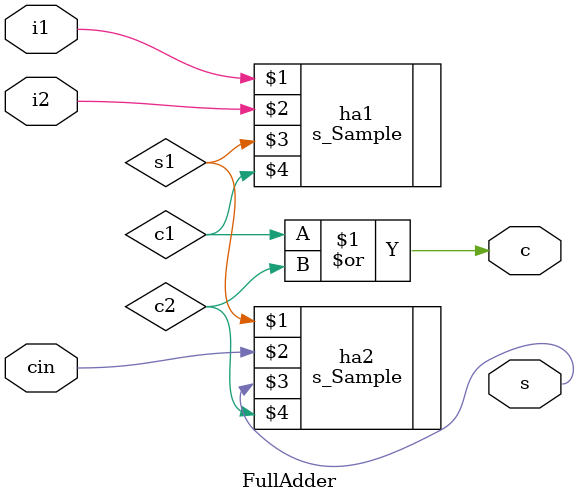
<source format=v>
`timescale 1ns / 1ps
`include "HalfAdder.v"

module FullAdder(
    input i1,
    input i2,
    input cin,
    output s,
    output c
    );

	s_Sample ha1 (i1, i2, s1, c1);
	s_Sample ha2 (s1, cin, s, c2);
	
	or (c, c1, c2);


endmodule

</source>
